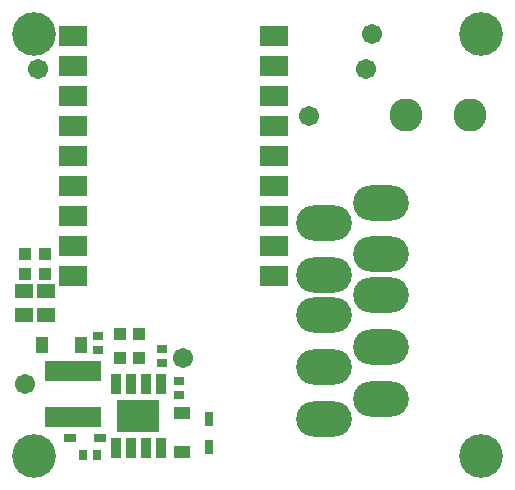
<source format=gts>
G04*
G04 #@! TF.GenerationSoftware,Altium Limited,Altium Designer,24.9.1 (31)*
G04*
G04 Layer_Color=8388736*
%FSLAX44Y44*%
%MOMM*%
G71*
G04*
G04 #@! TF.SameCoordinates,72FE2189-96E8-42F3-8E64-FE2F012302BB*
G04*
G04*
G04 #@! TF.FilePolarity,Negative*
G04*
G01*
G75*
%ADD16R,1.0621X1.1350*%
%ADD17R,0.7500X0.9000*%
%ADD18R,1.1350X1.0621*%
%ADD20R,1.1000X1.3500*%
%ADD24R,1.3500X1.1000*%
%ADD25R,0.9000X0.7500*%
%ADD26C,1.7032*%
%ADD27R,0.7032X1.2782*%
%ADD28R,2.4032X1.8032*%
%ADD29R,1.5032X1.3032*%
%ADD30O,4.7032X3.0032*%
%ADD31R,1.0032X0.8032*%
%ADD32R,4.7032X1.8032*%
%ADD33R,3.6532X2.7632*%
%ADD34R,0.9032X1.7282*%
%ADD35C,2.8032*%
%ADD36C,3.7032*%
D16*
X13000Y192154D02*
D03*
Y175846D02*
D03*
X30000Y192154D02*
D03*
Y175846D02*
D03*
D17*
X74000Y22000D02*
D03*
X62000D02*
D03*
D18*
X93846Y104000D02*
D03*
X110154D02*
D03*
Y125000D02*
D03*
X93846D02*
D03*
D20*
X60500Y115000D02*
D03*
X27500D02*
D03*
D24*
X146000Y24500D02*
D03*
Y57500D02*
D03*
D25*
X144000Y73000D02*
D03*
Y85000D02*
D03*
X129000Y112000D02*
D03*
Y100000D02*
D03*
X75000Y123000D02*
D03*
Y111000D02*
D03*
D26*
X254000Y309000D02*
D03*
X307000Y379000D02*
D03*
X24000Y349000D02*
D03*
X302000D02*
D03*
X13000Y82000D02*
D03*
X147000Y104000D02*
D03*
D27*
X169000Y52620D02*
D03*
Y29380D02*
D03*
D28*
X224090Y198800D02*
D03*
Y224200D02*
D03*
Y249600D02*
D03*
Y275000D02*
D03*
Y300400D02*
D03*
Y351200D02*
D03*
Y376600D02*
D03*
X53910Y325800D02*
D03*
Y351200D02*
D03*
Y376600D02*
D03*
X224090Y325800D02*
D03*
Y173400D02*
D03*
X53910D02*
D03*
Y198800D02*
D03*
Y224200D02*
D03*
Y249600D02*
D03*
X53900Y275000D02*
D03*
X53910Y300400D02*
D03*
D29*
X12000Y161500D02*
D03*
Y140500D02*
D03*
X31000D02*
D03*
Y161500D02*
D03*
D30*
X315000Y158000D02*
D03*
Y192000D02*
D03*
X266000Y219000D02*
D03*
X315000Y236000D02*
D03*
Y114000D02*
D03*
X266000Y97000D02*
D03*
Y175000D02*
D03*
Y141000D02*
D03*
X315000Y70000D02*
D03*
X266000Y53000D02*
D03*
D31*
X76500Y37000D02*
D03*
X51500D02*
D03*
D32*
X54000Y54500D02*
D03*
Y93500D02*
D03*
D33*
X109000Y55000D02*
D03*
D34*
X89950Y82120D02*
D03*
X102650D02*
D03*
X115350D02*
D03*
X128050D02*
D03*
Y27880D02*
D03*
X115350D02*
D03*
X102650D02*
D03*
X89950D02*
D03*
D35*
X390000Y310000D02*
D03*
X336000D02*
D03*
D36*
X399000Y379000D02*
D03*
Y21000D02*
D03*
X21000D02*
D03*
Y379000D02*
D03*
M02*

</source>
